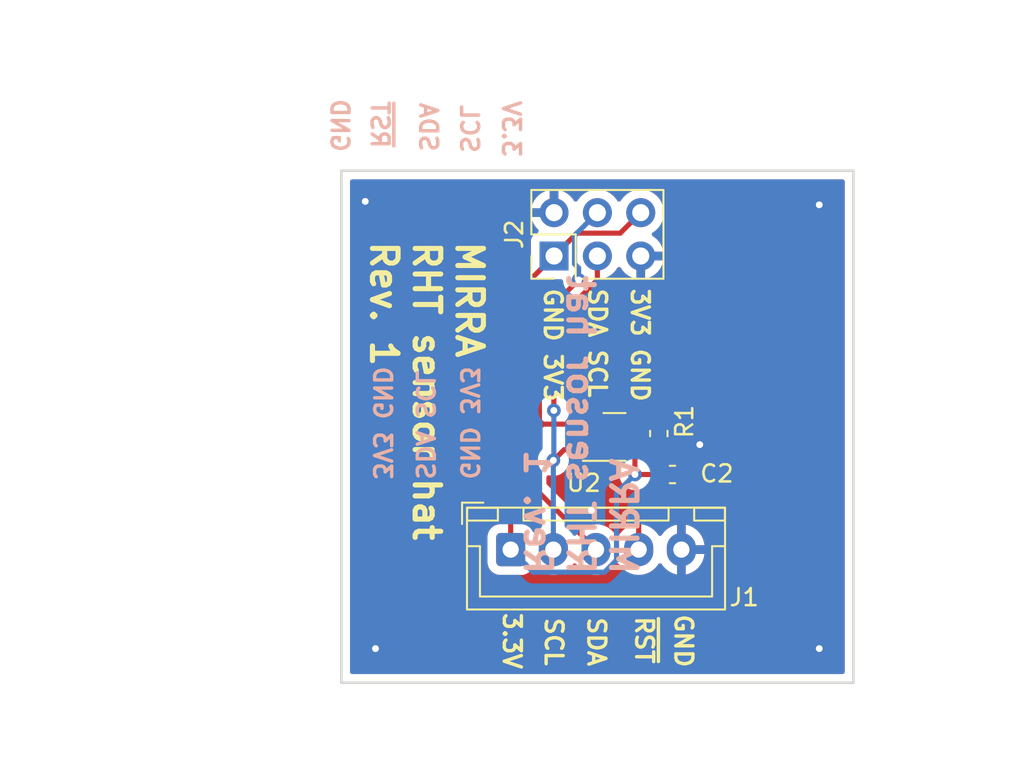
<source format=kicad_pcb>
(kicad_pcb (version 20211014) (generator pcbnew)
  (layers (0 "F.Cu" signal) (31 "B.Cu" signal) (34 "B.Paste" user) (35 "F.Paste" user) (36 "B.SilkS" user "B.Silkscreen") (37 "F.SilkS" user "F.Silkscreen") (38 "B.Mask" user) (39 "F.Mask" user) (44 "Edge.Cuts" user))
  (net 0 "")
  (net 1 "/SCL")
  (net 2 "/SDA")
  (net 3 "+3V3")
  (net 5 "GND")
  (net 6 "/~{RST}")
  (footprint "Connector_JST:JST_XH_B05B-XH-A_1x05_P2.50mm_Vertical" (layer "F.Cu") (at 104.92 112.2)
    (fp_text reference "J1" hide)
    (fp_text value "Conn_01x05")
    (fp_text user "${REFERENCE}" (at 13.68 2.8) (layer "F.SilkS"))
    (fp_line (start 9.25 -1.7) (end 9.25 -2.45) (layer "F.SilkS") (width 0.12))
    (fp_line (start 11.8 -0.2) (end 11.8 2.75) (layer "F.SilkS") (width 0.12))
    (fp_line (start 0.75 -2.45) (end 0.75 -1.7) (layer "F.SilkS") (width 0.12))
    (fp_line (start -2.56 -2.46) (end -2.56 3.51) (layer "F.SilkS") (width 0.12))
    (fp_line (start -2.55 -2.45) (end -2.55 -1.7) (layer "F.SilkS") (width 0.12))
    (fp_line (start -2.55 -0.2) (end -1.8 -0.2) (layer "F.SilkS") (width 0.12))
    (fp_line (start 12.55 -0.2) (end 11.8 -0.2) (layer "F.SilkS") (width 0.12))
    (fp_line (start -2.85 -2.75) (end -2.85 -1.5) (layer "F.SilkS") (width 0.12))
    (fp_line (start 0.75 -1.7) (end 9.25 -1.7) (layer "F.SilkS") (width 0.12))
    (fp_line (start 12.55 -2.45) (end 10.75 -2.45) (layer "F.SilkS") (width 0.12))
    (fp_line (start -0.75 -2.45) (end -2.55 -2.45) (layer "F.SilkS") (width 0.12))
    (fp_line (start 12.56 3.51) (end 12.56 -2.46) (layer "F.SilkS") (width 0.12))
    (fp_line (start 12.56 -2.46) (end -2.56 -2.46) (layer "F.SilkS") (width 0.12))
    (fp_line (start 9.25 -2.45) (end 0.75 -2.45) (layer "F.SilkS") (width 0.12))
    (fp_line (start 10.75 -1.7) (end 12.55 -1.7) (layer "F.SilkS") (width 0.12))
    (fp_line (start 12.55 -1.7) (end 12.55 -2.45) (layer "F.SilkS") (width 0.12))
    (fp_line (start -1.8 2.75) (end 5 2.75) (layer "F.SilkS") (width 0.12))
    (fp_line (start 11.8 2.75) (end 5 2.75) (layer "F.SilkS") (width 0.12))
    (fp_line (start -2.55 -1.7) (end -0.75 -1.7) (layer "F.SilkS") (width 0.12))
    (fp_line (start -2.56 3.51) (end 12.56 3.51) (layer "F.SilkS") (width 0.12))
    (fp_line (start -1.6 -2.75) (end -2.85 -2.75) (layer "F.SilkS") (width 0.12))
    (fp_line (start -0.75 -1.7) (end -0.75 -2.45) (layer "F.SilkS") (width 0.12))
    (fp_line (start 10.75 -2.45) (end 10.75 -1.7) (layer "F.SilkS") (width 0.12))
    (fp_line (start -1.8 -0.2) (end -1.8 2.75) (layer "F.SilkS") (width 0.12))
    (pad "1" thru_hole roundrect locked (at 0 0) (size 1.7 1.95) (drill 0.95) (layers *.Cu *.Mask) (roundrect_rratio 0.147059) (net 3 "+3V3"))
    (pad "2" thru_hole oval locked (at 2.5 0) (size 1.7 1.95) (drill 0.95) (layers *.Cu *.Mask) (net 1 "/SCL"))
    (pad "3" thru_hole oval locked (at 5 0) (size 1.7 1.95) (drill 0.95) (layers *.Cu *.Mask) (net 2 "/SDA"))
    (pad "4" thru_hole oval locked (at 7.5 0) (size 1.7 1.95) (drill 0.95) (layers *.Cu *.Mask) (net 6 "/~{RST}"))
    (pad "5" thru_hole oval locked (at 10 0) (size 1.7 1.95) (drill 0.95) (layers *.Cu *.Mask) (net 5 "GND"))
  )
  (footprint "gems_footprints:8P-1EP-DFN_2.5x2.5" (layer "F.Cu") (at 110.4 105.6)
    (fp_text reference "U2" (at -1.2 2.7) (layer "F.SilkS"))
    (fp_text value "SHT35")
    (fp_line (start -0.05 -1.4) (end 1.25 -1.4) (layer "F.SilkS") (width 0.12))
    (fp_line (start -1.25 1.4) (end 1.25 1.4) (layer "F.SilkS") (width 0.12))
    (pad "1" smd rect locked (at -1.35 -0.75) (size 0.9 0.25) (layers "F.Cu" "F.Paste" "F.Mask") (net 2 "/SDA"))
    (pad "2" smd rect locked (at -1.35 -0.25) (size 0.9 0.25) (layers "F.Cu" "F.Paste" "F.Mask") (net 5 "GND"))
    (pad "3" smd rect locked (at -1.35 0.25) (size 0.9 0.25) (layers "F.Cu" "F.Paste" "F.Mask"))
    (pad "4" smd rect locked (at -1.35 0.75) (size 0.9 0.25) (layers "F.Cu" "F.Paste" "F.Mask") (net 1 "/SCL"))
    (pad "5" smd rect locked (at 1.35 0.75) (size 0.9 0.25) (layers "F.Cu" "F.Paste" "F.Mask") (net 3 "+3V3"))
    (pad "6" smd rect locked (at 1.35 0.25) (size 0.9 0.25) (layers "F.Cu" "F.Paste" "F.Mask") (net 6 "/~{RST}"))
    (pad "7" smd rect locked (at 1.35 -0.25) (size 0.9 0.25) (layers "F.Cu" "F.Paste" "F.Mask") (net 5 "GND"))
    (pad "8" smd rect locked (at 1.35 -0.75) (size 0.9 0.25) (layers "F.Cu" "F.Paste" "F.Mask") (net 5 "GND"))
    (pad "9" smd rect locked (at 0 0) (size 1 1.7) (layers "F.Cu" "F.Mask") (net 5 "GND"))
  )
  (footprint "Resistor_SMD:R_0603_1608Metric" (layer "F.Cu") (at 113.6 105.4 90)
    (fp_text reference "R1" (at 0.7 1.5 90) (layer "F.SilkS"))
    (fp_text value "10k")
    (fp_line (start -0.162779 -0.51) (end 0.162779 -0.51) (layer "F.SilkS") (width 0.12))
    (fp_line (start -0.162779 0.51) (end 0.162779 0.51) (layer "F.SilkS") (width 0.12))
    (pad "1" smd roundrect locked (at -0.7875 0 90) (size 0.875 0.95) (layers "F.Cu" "F.Paste" "F.Mask") (net 3 "+3V3"))
    (pad "2" smd roundrect locked (at 0.7875 0 90) (size 0.875 0.95) (layers "F.Cu" "F.Paste" "F.Mask") (net 6 "/~{RST}"))
  )
  (footprint "Capacitor_SMD:C_0603_1608Metric" (layer "F.Cu") (at 114.4 107.8)
    (fp_text reference "C2" (at 2.6 -0.05) (layer "F.SilkS"))
    (fp_text value "0.1uF")
    (fp_line (start -0.162779 -0.51) (end 0.162779 -0.51) (layer "F.SilkS") (width 0.12))
    (fp_line (start -0.162779 0.51) (end 0.162779 0.51) (layer "F.SilkS") (width 0.12))
    (pad "1" smd roundrect locked (at -0.7875 0) (size 0.875 0.95) (layers "F.Cu" "F.Paste" "F.Mask") (net 3 "+3V3"))
    (pad "2" smd roundrect locked (at 0.7875 0) (size 0.875 0.95) (layers "F.Cu" "F.Paste" "F.Mask") (net 5 "GND"))
  )
  (footprint "Connector_PinHeader_2.54mm:PinHeader_2x03_P2.54mm_Vertical" (layer "F.Cu") (at 107.46 95 90)
    (fp_text reference "J2" (at 1.27 -2.33 90) (layer "F.SilkS"))
    (fp_text value "Conn_02x03_Odd_Even")
    (fp_line (start -1.33 -1.33) (end 0 -1.33) (layer "F.SilkS") (width 0.12))
    (fp_line (start -1.33 1.27) (end 1.27 1.27) (layer "F.SilkS") (width 0.12))
    (fp_line (start -1.33 6.41) (end 3.87 6.41) (layer "F.SilkS") (width 0.12))
    (fp_line (start 1.27 -1.33) (end 3.87 -1.33) (layer "F.SilkS") (width 0.12))
    (fp_line (start 3.87 -1.33) (end 3.87 6.41) (layer "F.SilkS") (width 0.12))
    (fp_line (start -1.33 0) (end -1.33 -1.33) (layer "F.SilkS") (width 0.12))
    (fp_line (start 1.27 1.27) (end 1.27 -1.33) (layer "F.SilkS") (width 0.12))
    (fp_line (start -1.33 1.27) (end -1.33 6.41) (layer "F.SilkS") (width 0.12))
    (pad "1" thru_hole rect (at 0 0 90) (size 1.7 1.7) (drill 1) (layers *.Cu *.Mask) (net 3 "+3V3"))
    (pad "2" thru_hole oval (at 2.54 0 90) (size 1.7 1.7) (drill 1) (layers *.Cu *.Mask) (net 5 "GND"))
    (pad "3" thru_hole oval (at 0 2.54 90) (size 1.7 1.7) (drill 1) (layers *.Cu *.Mask) (net 1 "/SCL"))
    (pad "4" thru_hole oval (at 2.54 2.54 90) (size 1.7 1.7) (drill 1) (layers *.Cu *.Mask) (net 2 "/SDA"))
    (pad "5" thru_hole oval (at 0 5.08 90) (size 1.7 1.7) (drill 1) (layers *.Cu *.Mask) (net 5 "GND"))
    (pad "6" thru_hole oval (at 2.54 5.08 90) (size 1.7 1.7) (drill 1) (layers *.Cu *.Mask) (net 3 "+3V3"))
  )
  (gr_line (start 95 90) (end 95 120) (layer "Edge.Cuts") (width 0.15))
  (gr_line (start 125 120) (end 95 120) (layer "Edge.Cuts") (width 0.15))
  (gr_line (start 125 90) (end 125 120) (layer "Edge.Cuts") (width 0.15))
  (gr_line (start 125 90) (end 95 90) (layer "Edge.Cuts") (width 0.15))
  (gr_text "SCL\n" (at 102.5 87.55 -90) (layer "B.SilkS") (effects (font (size 1 1) (thickness 0.2)) (justify mirror)))
  (gr_text "SDA" (at 100.1 87.45 -90) (layer "B.SilkS") (effects (font (size 1 1) (thickness 0.2)) (justify mirror)))
  (gr_text "~{RST}" (at 97.25 87.3 -90) (layer "B.SilkS") (effects (font (size 1 1) (thickness 0.2)) (justify mirror)))
  (gr_text "GND" (at 94.9 87.35 -90) (layer "B.SilkS") (effects (font (size 1 1) (thickness 0.2)) (justify mirror)))
  (gr_text "MIRRA" (at 111.5 113.8 270) (layer "B.SilkS") (effects (font (size 1.5 1.5) (thickness 0.3)) (justify left mirror)))
  (gr_text "GND 3V3" (at 102.5 108.2 -90) (layer "B.SilkS") (effects (font (size 1 1) (thickness 0.2)) (justify left mirror)))
  (gr_text "RHT sensor hat" (at 109 113.8 270) (layer "B.SilkS") (effects (font (size 1.5 1.5) (thickness 0.3)) (justify left mirror)))
  (gr_text "Rev. 1" (at 106.5 113.8 270) (layer "B.SilkS") (effects (font (size 1.5 1.5) (thickness 0.3)) (justify left mirror)))
  (gr_text "3V3 GND" (at 97.4 108.2 -90) (layer "B.SilkS") (effects (font (size 1 1) (thickness 0.2)) (justify left mirror)))
  (gr_text "SDA SCL" (at 99.9 108.2 -90) (layer "B.SilkS") (effects (font (size 1 1) (thickness 0.2)) (justify left mirror)))
  (gr_text "3.3V" (at 104.95 87.55 -90) (layer "B.SilkS") (effects (font (size 1 1) (thickness 0.2)) (justify mirror)))
  (gr_text "SCL\n" (at 107.45 117.6 270) (layer "F.SilkS") (effects (font (size 1 1) (thickness 0.2))))
  (gr_text "SDA" (at 109.95 117.6 270) (layer "F.SilkS") (effects (font (size 1 1) (thickness 0.2))))
  (gr_text "~{RST}" (at 112.75 117.5 270) (layer "F.SilkS") (effects (font (size 1 1) (thickness 0.2))))
  (gr_text "GND" (at 115.05 117.55 270) (layer "F.SilkS") (effects (font (size 1 1) (thickness 0.2))))
  (gr_text "RHT sensor hat" (at 100 94 270) (layer "F.SilkS") (effects (font (size 1.5 1.5) (thickness 0.3)) (justify left)))
  (gr_text "GND 3V3" (at 107.4 96.8 270) (layer "F.SilkS") (effects (font (size 1 1) (thickness 0.2)) (justify left)))
  (gr_text "3.3V" (at 105 117.55 270) (layer "F.SilkS") (effects (font (size 1 1) (thickness 0.2))))
  (gr_text "3V3 GND" (at 112.5 96.8 270) (layer "F.SilkS") (effects (font (size 1 1) (thickness 0.2)) (justify left)))
  (gr_text "Rev. 1" (at 97.5 94 270) (layer "F.SilkS") (effects (font (size 1.5 1.5) (thickness 0.3)) (justify left)))
  (gr_text "SDA SCL" (at 110 96.8 270) (layer "F.SilkS") (effects (font (size 1 1) (thickness 0.2)) (justify left)))
  (gr_text "MIRRA" (at 102.5 94 270) (layer "F.SilkS") (effects (font (size 1.5 1.5) (thickness 0.3)) (justify left)))
  (segment (start 107.45 98.95) (end 110 96.4) (width 0.3) (layer "F.Cu") (net 1))
  (segment (start 110 95) (end 110 96.4) (width 0.3) (layer "F.Cu") (net 1))
  (segment (start 108.05 106.35) (end 107.42 106.98) (width 0.3) (layer "F.Cu") (net 1))
  (segment (start 109.05 106.35) (end 108.05 106.35) (width 0.3) (layer "F.Cu") (net 1))
  (segment (start 107.45 104.05) (end 107.45 98.95) (width 0.3) (layer "F.Cu") (net 1))
  (via (at 107.42 106.97) (size 0.8) (drill 0.4) (layers "F.Cu" "B.Cu") (net 1))
  (via (at 107.45 104.05) (size 0.8) (drill 0.4) (layers "F.Cu" "B.Cu") (net 1))
  (segment (start 107.45 106.94) (end 107.42 106.97) (width 0.3) (layer "B.Cu") (net 1))
  (segment (start 107.42 112.2) (end 107.42 106.97) (width 0.3) (layer "B.Cu") (net 1))
  (segment (start 107.45 104.05) (end 107.45 106.94) (width 0.3) (layer "B.Cu") (net 1))
  (segment (start 106.6 98.7) (end 106.6 104) (width 0.3) (layer "F.Cu") (net 2))
  (segment (start 108.9 96.4) (end 106.6 98.7) (width 0.3) (layer "F.Cu") (net 2))
  (segment (start 106.6 104.65) (end 106.8 104.85) (width 0.3) (layer "F.Cu") (net 2))
  (segment (start 106.6 105.05) (end 106.35 105.3) (width 0.3) (layer "F.Cu") (net 2))
  (segment (start 109.05 104.85) (end 106.8 104.85) (width 0.3) (layer "F.Cu") (net 2))
  (segment (start 106.6 104) (end 106.6 105.05) (width 0.3) (layer "F.Cu") (net 2))
  (segment (start 106.6 104) (end 106.6 104.65) (width 0.3) (layer "F.Cu") (net 2))
  (segment (start 106.35 108.63) (end 109.92 112.2) (width 0.3) (layer "F.Cu") (net 2))
  (segment (start 106.35 108) (end 106.35 108.63) (width 0.3) (layer "F.Cu") (net 2))
  (segment (start 106.8 104.85) (end 106.6 105.05) (width 0.3) (layer "F.Cu") (net 2))
  (segment (start 106.35 105.3) (end 106.35 108) (width 0.3) (layer "F.Cu") (net 2))
  (via (at 108.9 96.4) (size 0.8) (drill 0.4) (layers "F.Cu" "B.Cu") (net 2))
  (segment (start 110 92.46) (end 108.66 93.8) (width 0.3) (layer "B.Cu") (net 2))
  (segment (start 108.9 95.7) (end 108.9 96.4) (width 0.3) (layer "B.Cu") (net 2))
  (segment (start 108.66 93.8) (end 108.66 95.46) (width 0.3) (layer "B.Cu") (net 2))
  (segment (start 108.66 95.46) (end 108.9 95.7) (width 0.3) (layer "B.Cu") (net 2))
  (segment (start 112.2 107.8) (end 113.6125 107.8) (width 0.3) (layer "F.Cu") (net 3))
  (segment (start 107.46 95) (end 108.8 93.66) (width 0.3) (layer "F.Cu") (net 3))
  (segment (start 113.6125 107.8) (end 113.6125 106.2) (width 0.3) (layer "F.Cu") (net 3))
  (segment (start 108.8 93.66) (end 111.34 93.66) (width 0.3) (layer "F.Cu") (net 3))
  (segment (start 113.6125 106.2) (end 113.6 106.1875) (width 0.3) (layer "F.Cu") (net 3))
  (segment (start 112.2 107.8) (end 112.2 106.8) (width 0.3) (layer "F.Cu") (net 3))
  (segment (start 111.34 93.66) (end 112.54 92.46) (width 0.3) (layer "F.Cu") (net 3))
  (segment (start 104.92 97.54) (end 104.92 112.2) (width 0.3) (layer "F.Cu") (net 3))
  (segment (start 112.2 106.8) (end 111.75 106.35) (width 0.3) (layer "F.Cu") (net 3))
  (segment (start 107.46 95) (end 104.92 97.54) (width 0.3) (layer "F.Cu") (net 3))
  (via (at 112.2 107.8) (size 0.8) (drill 0.4) (layers "F.Cu" "B.Cu") (net 3))
  (segment (start 111.12001 109.32001) (end 111.12001 108.87999) (width 0.3) (layer "B.Cu") (net 3))
  (segment (start 111.12001 109.32001) (end 111.12001 112.82206) (width 0.3) (layer "B.Cu") (net 3))
  (segment (start 110.41706 113.52501) (end 106.24501 113.52501) (width 0.3) (layer "B.Cu") (net 3))
  (segment (start 111.12001 108.87999) (end 112.2 107.8) (width 0.3) (layer "B.Cu") (net 3))
  (segment (start 111.12001 112.82206) (end 110.41706 113.52501) (width 0.3) (layer "B.Cu") (net 3))
  (segment (start 106.24501 113.52501) (end 105.818372 113.098372) (width 0.3) (layer "B.Cu") (net 3))
  (segment (start 105.818372 113.098372) (end 104.92 112.2) (width 0.3) (layer "B.Cu") (net 3))
  (segment (start 109.05 105.35) (end 110.15 105.35) (width 0.3) (layer "F.Cu") (net 5))
  (segment (start 111.75 105.35) (end 110.65 105.35) (width 0.3) (layer "F.Cu") (net 5))
  (segment (start 111.05 104.85) (end 110.4 105.5) (width 0.3) (layer "F.Cu") (net 5))
  (segment (start 110.15 105.35) (end 110.4 105.6) (width 0.3) (layer "F.Cu") (net 5))
  (segment (start 110.4 105.5) (end 110.4 105.6) (width 0.3) (layer "F.Cu") (net 5))
  (segment (start 111.75 104.85) (end 111.05 104.85) (width 0.3) (layer "F.Cu") (net 5))
  (segment (start 110.65 105.35) (end 110.4 105.6) (width 0.3) (layer "F.Cu") (net 5))
  (via (at 109.65 109.9) (size 0.8) (drill 0.4) (layers "F.Cu" "B.Cu") (net 5))
  (via (at 123 118) (size 0.8) (drill 0.4) (layers "F.Cu" "B.Cu") (net 5))
  (via (at 96.4 91.8) (size 0.8) (drill 0.4) (layers "F.Cu" "B.Cu") (net 5))
  (via (at 123 92) (size 0.8) (drill 0.4) (layers "F.Cu" "B.Cu") (net 5))
  (via (at 116 106.05) (size 0.8) (drill 0.4) (layers "F.Cu" "B.Cu") (net 5))
  (via (at 97 118) (size 0.8) (drill 0.4) (layers "F.Cu" "B.Cu") (net 5))
  (segment (start 112.42 112.2) (end 112.42 109.83) (width 0.3) (layer "F.Cu") (net 6))
  (segment (start 117.45 105.7) (end 116.3625 104.6125) (width 0.3) (layer "F.Cu") (net 6))
  (segment (start 117.45 108.55) (end 117.45 105.7) (width 0.3) (layer "F.Cu") (net 6))
  (segment (start 112.85 109.4) (end 116.6 109.4) (width 0.3) (layer "F.Cu") (net 6))
  (segment (start 116.3625 104.6125) (end 113.6 104.6125) (width 0.3) (layer "F.Cu") (net 6))
  (segment (start 113.6 104.6125) (end 112.3625 105.85) (width 0.3) (layer "F.Cu") (net 6))
  (segment (start 116.6 109.4) (end 117.45 108.55) (width 0.3) (layer "F.Cu") (net 6))
  (segment (start 112.3625 105.85) (end 111.75 105.85) (width 0.3) (layer "F.Cu") (net 6))
  (segment (start 112.42 109.83) (end 112.85 109.4) (width 0.3) (layer "F.Cu") (net 6))
  (zone (net 5) (net_name "GND") (layer "F.Cu") (connect_pads (clearance 0.508)) (min_thickness 0.254) (fill yes (thermal_gap 0.508) (thermal_bridge_width 0.508))
    (polygon (pts (xy 129.75 122.75) (xy 129.75 86) (xy 91.75 86.25) (xy 91.75 122.75)))
  )
  (zone (net 5) (net_name "GND") (layer "B.Cu") (connect_pads (clearance 0.508)) (min_thickness 0.254) (fill yes (thermal_gap 0.508) (thermal_bridge_width 0.508))
    (polygon (pts (xy 135 125) (xy 75 125) (xy 75 80) (xy 135 80.5)))
  )
)
</source>
